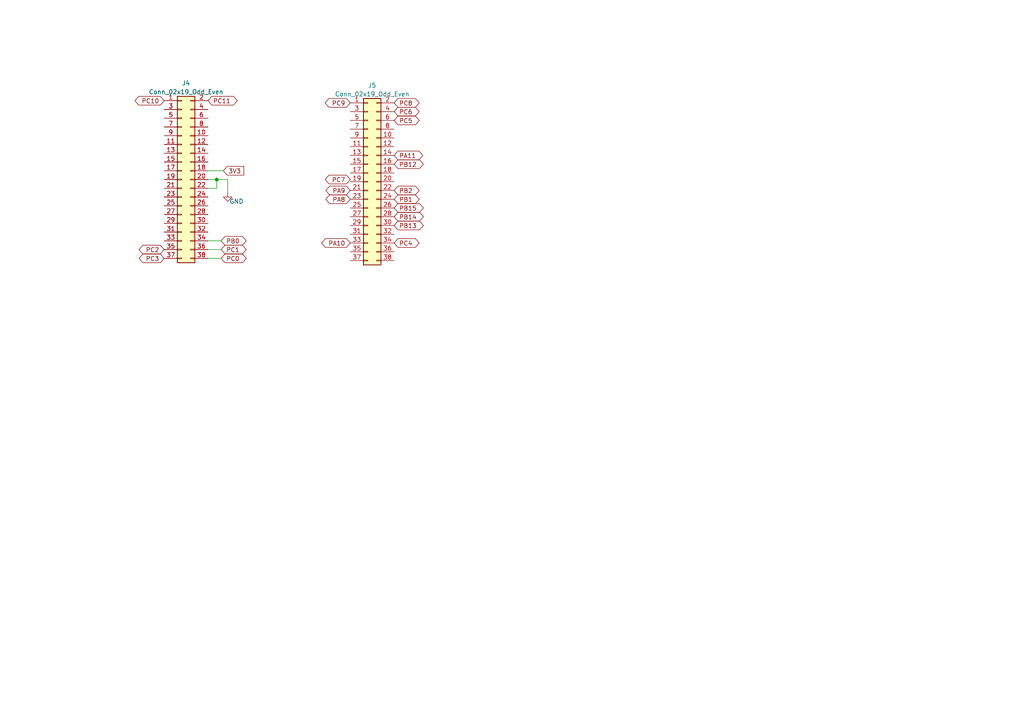
<source format=kicad_sch>
(kicad_sch (version 20230121) (generator eeschema)

  (uuid 52a55885-b8c9-4482-87c6-f5ef9de81746)

  (paper "A4")

  (lib_symbols
    (symbol "Connector_Generic:Conn_02x19_Odd_Even" (pin_names (offset 1.016) hide) (in_bom yes) (on_board yes)
      (property "Reference" "J" (at 1.27 25.4 0)
        (effects (font (size 1.27 1.27)))
      )
      (property "Value" "Conn_02x19_Odd_Even" (at 1.27 -25.4 0)
        (effects (font (size 1.27 1.27)))
      )
      (property "Footprint" "" (at 0 0 0)
        (effects (font (size 1.27 1.27)) hide)
      )
      (property "Datasheet" "~" (at 0 0 0)
        (effects (font (size 1.27 1.27)) hide)
      )
      (property "ki_keywords" "connector" (at 0 0 0)
        (effects (font (size 1.27 1.27)) hide)
      )
      (property "ki_description" "Generic connector, double row, 02x19, odd/even pin numbering scheme (row 1 odd numbers, row 2 even numbers), script generated (kicad-library-utils/schlib/autogen/connector/)" (at 0 0 0)
        (effects (font (size 1.27 1.27)) hide)
      )
      (property "ki_fp_filters" "Connector*:*_2x??_*" (at 0 0 0)
        (effects (font (size 1.27 1.27)) hide)
      )
      (symbol "Conn_02x19_Odd_Even_1_1"
        (rectangle (start -1.27 -22.733) (end 0 -22.987)
          (stroke (width 0.1524) (type default))
          (fill (type none))
        )
        (rectangle (start -1.27 -20.193) (end 0 -20.447)
          (stroke (width 0.1524) (type default))
          (fill (type none))
        )
        (rectangle (start -1.27 -17.653) (end 0 -17.907)
          (stroke (width 0.1524) (type default))
          (fill (type none))
        )
        (rectangle (start -1.27 -15.113) (end 0 -15.367)
          (stroke (width 0.1524) (type default))
          (fill (type none))
        )
        (rectangle (start -1.27 -12.573) (end 0 -12.827)
          (stroke (width 0.1524) (type default))
          (fill (type none))
        )
        (rectangle (start -1.27 -10.033) (end 0 -10.287)
          (stroke (width 0.1524) (type default))
          (fill (type none))
        )
        (rectangle (start -1.27 -7.493) (end 0 -7.747)
          (stroke (width 0.1524) (type default))
          (fill (type none))
        )
        (rectangle (start -1.27 -4.953) (end 0 -5.207)
          (stroke (width 0.1524) (type default))
          (fill (type none))
        )
        (rectangle (start -1.27 -2.413) (end 0 -2.667)
          (stroke (width 0.1524) (type default))
          (fill (type none))
        )
        (rectangle (start -1.27 0.127) (end 0 -0.127)
          (stroke (width 0.1524) (type default))
          (fill (type none))
        )
        (rectangle (start -1.27 2.667) (end 0 2.413)
          (stroke (width 0.1524) (type default))
          (fill (type none))
        )
        (rectangle (start -1.27 5.207) (end 0 4.953)
          (stroke (width 0.1524) (type default))
          (fill (type none))
        )
        (rectangle (start -1.27 7.747) (end 0 7.493)
          (stroke (width 0.1524) (type default))
          (fill (type none))
        )
        (rectangle (start -1.27 10.287) (end 0 10.033)
          (stroke (width 0.1524) (type default))
          (fill (type none))
        )
        (rectangle (start -1.27 12.827) (end 0 12.573)
          (stroke (width 0.1524) (type default))
          (fill (type none))
        )
        (rectangle (start -1.27 15.367) (end 0 15.113)
          (stroke (width 0.1524) (type default))
          (fill (type none))
        )
        (rectangle (start -1.27 17.907) (end 0 17.653)
          (stroke (width 0.1524) (type default))
          (fill (type none))
        )
        (rectangle (start -1.27 20.447) (end 0 20.193)
          (stroke (width 0.1524) (type default))
          (fill (type none))
        )
        (rectangle (start -1.27 22.987) (end 0 22.733)
          (stroke (width 0.1524) (type default))
          (fill (type none))
        )
        (rectangle (start -1.27 24.13) (end 3.81 -24.13)
          (stroke (width 0.254) (type default))
          (fill (type background))
        )
        (rectangle (start 3.81 -22.733) (end 2.54 -22.987)
          (stroke (width 0.1524) (type default))
          (fill (type none))
        )
        (rectangle (start 3.81 -20.193) (end 2.54 -20.447)
          (stroke (width 0.1524) (type default))
          (fill (type none))
        )
        (rectangle (start 3.81 -17.653) (end 2.54 -17.907)
          (stroke (width 0.1524) (type default))
          (fill (type none))
        )
        (rectangle (start 3.81 -15.113) (end 2.54 -15.367)
          (stroke (width 0.1524) (type default))
          (fill (type none))
        )
        (rectangle (start 3.81 -12.573) (end 2.54 -12.827)
          (stroke (width 0.1524) (type default))
          (fill (type none))
        )
        (rectangle (start 3.81 -10.033) (end 2.54 -10.287)
          (stroke (width 0.1524) (type default))
          (fill (type none))
        )
        (rectangle (start 3.81 -7.493) (end 2.54 -7.747)
          (stroke (width 0.1524) (type default))
          (fill (type none))
        )
        (rectangle (start 3.81 -4.953) (end 2.54 -5.207)
          (stroke (width 0.1524) (type default))
          (fill (type none))
        )
        (rectangle (start 3.81 -2.413) (end 2.54 -2.667)
          (stroke (width 0.1524) (type default))
          (fill (type none))
        )
        (rectangle (start 3.81 0.127) (end 2.54 -0.127)
          (stroke (width 0.1524) (type default))
          (fill (type none))
        )
        (rectangle (start 3.81 2.667) (end 2.54 2.413)
          (stroke (width 0.1524) (type default))
          (fill (type none))
        )
        (rectangle (start 3.81 5.207) (end 2.54 4.953)
          (stroke (width 0.1524) (type default))
          (fill (type none))
        )
        (rectangle (start 3.81 7.747) (end 2.54 7.493)
          (stroke (width 0.1524) (type default))
          (fill (type none))
        )
        (rectangle (start 3.81 10.287) (end 2.54 10.033)
          (stroke (width 0.1524) (type default))
          (fill (type none))
        )
        (rectangle (start 3.81 12.827) (end 2.54 12.573)
          (stroke (width 0.1524) (type default))
          (fill (type none))
        )
        (rectangle (start 3.81 15.367) (end 2.54 15.113)
          (stroke (width 0.1524) (type default))
          (fill (type none))
        )
        (rectangle (start 3.81 17.907) (end 2.54 17.653)
          (stroke (width 0.1524) (type default))
          (fill (type none))
        )
        (rectangle (start 3.81 20.447) (end 2.54 20.193)
          (stroke (width 0.1524) (type default))
          (fill (type none))
        )
        (rectangle (start 3.81 22.987) (end 2.54 22.733)
          (stroke (width 0.1524) (type default))
          (fill (type none))
        )
        (pin passive line (at -5.08 22.86 0) (length 3.81)
          (name "Pin_1" (effects (font (size 1.27 1.27))))
          (number "1" (effects (font (size 1.27 1.27))))
        )
        (pin passive line (at 7.62 12.7 180) (length 3.81)
          (name "Pin_10" (effects (font (size 1.27 1.27))))
          (number "10" (effects (font (size 1.27 1.27))))
        )
        (pin passive line (at -5.08 10.16 0) (length 3.81)
          (name "Pin_11" (effects (font (size 1.27 1.27))))
          (number "11" (effects (font (size 1.27 1.27))))
        )
        (pin passive line (at 7.62 10.16 180) (length 3.81)
          (name "Pin_12" (effects (font (size 1.27 1.27))))
          (number "12" (effects (font (size 1.27 1.27))))
        )
        (pin passive line (at -5.08 7.62 0) (length 3.81)
          (name "Pin_13" (effects (font (size 1.27 1.27))))
          (number "13" (effects (font (size 1.27 1.27))))
        )
        (pin passive line (at 7.62 7.62 180) (length 3.81)
          (name "Pin_14" (effects (font (size 1.27 1.27))))
          (number "14" (effects (font (size 1.27 1.27))))
        )
        (pin passive line (at -5.08 5.08 0) (length 3.81)
          (name "Pin_15" (effects (font (size 1.27 1.27))))
          (number "15" (effects (font (size 1.27 1.27))))
        )
        (pin passive line (at 7.62 5.08 180) (length 3.81)
          (name "Pin_16" (effects (font (size 1.27 1.27))))
          (number "16" (effects (font (size 1.27 1.27))))
        )
        (pin passive line (at -5.08 2.54 0) (length 3.81)
          (name "Pin_17" (effects (font (size 1.27 1.27))))
          (number "17" (effects (font (size 1.27 1.27))))
        )
        (pin passive line (at 7.62 2.54 180) (length 3.81)
          (name "Pin_18" (effects (font (size 1.27 1.27))))
          (number "18" (effects (font (size 1.27 1.27))))
        )
        (pin passive line (at -5.08 0 0) (length 3.81)
          (name "Pin_19" (effects (font (size 1.27 1.27))))
          (number "19" (effects (font (size 1.27 1.27))))
        )
        (pin passive line (at 7.62 22.86 180) (length 3.81)
          (name "Pin_2" (effects (font (size 1.27 1.27))))
          (number "2" (effects (font (size 1.27 1.27))))
        )
        (pin passive line (at 7.62 0 180) (length 3.81)
          (name "Pin_20" (effects (font (size 1.27 1.27))))
          (number "20" (effects (font (size 1.27 1.27))))
        )
        (pin passive line (at -5.08 -2.54 0) (length 3.81)
          (name "Pin_21" (effects (font (size 1.27 1.27))))
          (number "21" (effects (font (size 1.27 1.27))))
        )
        (pin passive line (at 7.62 -2.54 180) (length 3.81)
          (name "Pin_22" (effects (font (size 1.27 1.27))))
          (number "22" (effects (font (size 1.27 1.27))))
        )
        (pin passive line (at -5.08 -5.08 0) (length 3.81)
          (name "Pin_23" (effects (font (size 1.27 1.27))))
          (number "23" (effects (font (size 1.27 1.27))))
        )
        (pin passive line (at 7.62 -5.08 180) (length 3.81)
          (name "Pin_24" (effects (font (size 1.27 1.27))))
          (number "24" (effects (font (size 1.27 1.27))))
        )
        (pin passive line (at -5.08 -7.62 0) (length 3.81)
          (name "Pin_25" (effects (font (size 1.27 1.27))))
          (number "25" (effects (font (size 1.27 1.27))))
        )
        (pin passive line (at 7.62 -7.62 180) (length 3.81)
          (name "Pin_26" (effects (font (size 1.27 1.27))))
          (number "26" (effects (font (size 1.27 1.27))))
        )
        (pin passive line (at -5.08 -10.16 0) (length 3.81)
          (name "Pin_27" (effects (font (size 1.27 1.27))))
          (number "27" (effects (font (size 1.27 1.27))))
        )
        (pin passive line (at 7.62 -10.16 180) (length 3.81)
          (name "Pin_28" (effects (font (size 1.27 1.27))))
          (number "28" (effects (font (size 1.27 1.27))))
        )
        (pin passive line (at -5.08 -12.7 0) (length 3.81)
          (name "Pin_29" (effects (font (size 1.27 1.27))))
          (number "29" (effects (font (size 1.27 1.27))))
        )
        (pin passive line (at -5.08 20.32 0) (length 3.81)
          (name "Pin_3" (effects (font (size 1.27 1.27))))
          (number "3" (effects (font (size 1.27 1.27))))
        )
        (pin passive line (at 7.62 -12.7 180) (length 3.81)
          (name "Pin_30" (effects (font (size 1.27 1.27))))
          (number "30" (effects (font (size 1.27 1.27))))
        )
        (pin passive line (at -5.08 -15.24 0) (length 3.81)
          (name "Pin_31" (effects (font (size 1.27 1.27))))
          (number "31" (effects (font (size 1.27 1.27))))
        )
        (pin passive line (at 7.62 -15.24 180) (length 3.81)
          (name "Pin_32" (effects (font (size 1.27 1.27))))
          (number "32" (effects (font (size 1.27 1.27))))
        )
        (pin passive line (at -5.08 -17.78 0) (length 3.81)
          (name "Pin_33" (effects (font (size 1.27 1.27))))
          (number "33" (effects (font (size 1.27 1.27))))
        )
        (pin passive line (at 7.62 -17.78 180) (length 3.81)
          (name "Pin_34" (effects (font (size 1.27 1.27))))
          (number "34" (effects (font (size 1.27 1.27))))
        )
        (pin passive line (at -5.08 -20.32 0) (length 3.81)
          (name "Pin_35" (effects (font (size 1.27 1.27))))
          (number "35" (effects (font (size 1.27 1.27))))
        )
        (pin passive line (at 7.62 -20.32 180) (length 3.81)
          (name "Pin_36" (effects (font (size 1.27 1.27))))
          (number "36" (effects (font (size 1.27 1.27))))
        )
        (pin passive line (at -5.08 -22.86 0) (length 3.81)
          (name "Pin_37" (effects (font (size 1.27 1.27))))
          (number "37" (effects (font (size 1.27 1.27))))
        )
        (pin passive line (at 7.62 -22.86 180) (length 3.81)
          (name "Pin_38" (effects (font (size 1.27 1.27))))
          (number "38" (effects (font (size 1.27 1.27))))
        )
        (pin passive line (at 7.62 20.32 180) (length 3.81)
          (name "Pin_4" (effects (font (size 1.27 1.27))))
          (number "4" (effects (font (size 1.27 1.27))))
        )
        (pin passive line (at -5.08 17.78 0) (length 3.81)
          (name "Pin_5" (effects (font (size 1.27 1.27))))
          (number "5" (effects (font (size 1.27 1.27))))
        )
        (pin passive line (at 7.62 17.78 180) (length 3.81)
          (name "Pin_6" (effects (font (size 1.27 1.27))))
          (number "6" (effects (font (size 1.27 1.27))))
        )
        (pin passive line (at -5.08 15.24 0) (length 3.81)
          (name "Pin_7" (effects (font (size 1.27 1.27))))
          (number "7" (effects (font (size 1.27 1.27))))
        )
        (pin passive line (at 7.62 15.24 180) (length 3.81)
          (name "Pin_8" (effects (font (size 1.27 1.27))))
          (number "8" (effects (font (size 1.27 1.27))))
        )
        (pin passive line (at -5.08 12.7 0) (length 3.81)
          (name "Pin_9" (effects (font (size 1.27 1.27))))
          (number "9" (effects (font (size 1.27 1.27))))
        )
      )
    )
    (symbol "power:GND" (power) (pin_names (offset 0)) (in_bom yes) (on_board yes)
      (property "Reference" "#PWR" (at 0 -6.35 0)
        (effects (font (size 1.27 1.27)) hide)
      )
      (property "Value" "GND" (at 0 -3.81 0)
        (effects (font (size 1.27 1.27)))
      )
      (property "Footprint" "" (at 0 0 0)
        (effects (font (size 1.27 1.27)) hide)
      )
      (property "Datasheet" "" (at 0 0 0)
        (effects (font (size 1.27 1.27)) hide)
      )
      (property "ki_keywords" "global power" (at 0 0 0)
        (effects (font (size 1.27 1.27)) hide)
      )
      (property "ki_description" "Power symbol creates a global label with name \"GND\" , ground" (at 0 0 0)
        (effects (font (size 1.27 1.27)) hide)
      )
      (symbol "GND_0_1"
        (polyline
          (pts
            (xy 0 0)
            (xy 0 -1.27)
            (xy 1.27 -1.27)
            (xy 0 -2.54)
            (xy -1.27 -1.27)
            (xy 0 -1.27)
          )
          (stroke (width 0) (type default))
          (fill (type none))
        )
      )
      (symbol "GND_1_1"
        (pin power_in line (at 0 0 270) (length 0) hide
          (name "GND" (effects (font (size 1.27 1.27))))
          (number "1" (effects (font (size 1.27 1.27))))
        )
      )
    )
  )


  (junction (at 62.865 52.07) (diameter 0) (color 0 0 0 0)
    (uuid 2d42580d-d302-470e-a2a5-a1d951f3b451)
  )

  (wire (pts (xy 64.135 72.39) (xy 60.325 72.39))
    (stroke (width 0) (type default))
    (uuid 2a95829e-6642-48f5-a50c-8e722bb4fe8e)
  )
  (wire (pts (xy 64.77 49.53) (xy 60.325 49.53))
    (stroke (width 0) (type default))
    (uuid 4cfa79b5-b12f-4d0c-91a9-1cdbe9de0874)
  )
  (wire (pts (xy 60.325 54.61) (xy 62.865 54.61))
    (stroke (width 0) (type default))
    (uuid 532f31c8-8b84-41e4-9ff7-3480e8e0ab33)
  )
  (wire (pts (xy 60.325 52.07) (xy 62.865 52.07))
    (stroke (width 0) (type default))
    (uuid 62285b00-9b61-4b89-99e4-566e8e408035)
  )
  (wire (pts (xy 60.325 69.85) (xy 64.135 69.85))
    (stroke (width 0) (type default))
    (uuid 97161106-2f36-4a55-a026-b93c1dc73e96)
  )
  (wire (pts (xy 62.865 54.61) (xy 62.865 52.07))
    (stroke (width 0) (type default))
    (uuid a7713b83-7dd0-4931-a13b-31c84183a105)
  )
  (wire (pts (xy 62.865 52.07) (xy 66.04 52.07))
    (stroke (width 0) (type default))
    (uuid bbc14658-fa8b-4328-b752-ec8f013d5d16)
  )
  (wire (pts (xy 60.325 74.93) (xy 64.135 74.93))
    (stroke (width 0) (type default))
    (uuid d45bfb38-3a64-494a-9e18-603834dbc14e)
  )
  (wire (pts (xy 66.04 52.07) (xy 66.04 55.88))
    (stroke (width 0) (type default))
    (uuid f1ff074e-82f1-4ca3-837b-d720c0db46e0)
  )

  (global_label "PB1" (shape bidirectional) (at 114.3 57.785 0) (fields_autoplaced)
    (effects (font (size 1.27 1.27)) (justify left))
    (uuid 0666bb89-1db3-43ed-b5bc-589bfd24759a)
    (property "Intersheetrefs" "${INTERSHEET_REFS}" (at 122.0666 57.785 0)
      (effects (font (size 1.27 1.27)) (justify left) hide)
    )
  )
  (global_label "PC1" (shape bidirectional) (at 64.135 72.39 0) (fields_autoplaced)
    (effects (font (size 1.27 1.27)) (justify left))
    (uuid 0e2ed503-bc84-41db-bf3e-3858366d4894)
    (property "Intersheetrefs" "${INTERSHEET_REFS}" (at 71.9016 72.39 0)
      (effects (font (size 1.27 1.27)) (justify left) hide)
    )
  )
  (global_label "3V3" (shape input) (at 64.77 49.53 0) (fields_autoplaced)
    (effects (font (size 1.27 1.27)) (justify left))
    (uuid 12da87d4-510a-4d96-b542-f8a6b0cefc2a)
    (property "Intersheetrefs" "${INTERSHEET_REFS}" (at 71.1834 49.53 0)
      (effects (font (size 1.27 1.27)) (justify left) hide)
    )
  )
  (global_label "PC0" (shape bidirectional) (at 64.135 74.93 0) (fields_autoplaced)
    (effects (font (size 1.27 1.27)) (justify left))
    (uuid 15d6674e-d1ce-41b0-b7f8-4259e4d5494d)
    (property "Intersheetrefs" "${INTERSHEET_REFS}" (at 71.9016 74.93 0)
      (effects (font (size 1.27 1.27)) (justify left) hide)
    )
  )
  (global_label "PA9" (shape bidirectional) (at 101.6 55.245 180) (fields_autoplaced)
    (effects (font (size 1.27 1.27)) (justify right))
    (uuid 2ab3291f-fe61-490c-8bf0-3e76adb145b1)
    (property "Intersheetrefs" "${INTERSHEET_REFS}" (at 94.0148 55.245 0)
      (effects (font (size 1.27 1.27)) (justify right) hide)
    )
  )
  (global_label "PC10" (shape bidirectional) (at 47.625 29.21 180) (fields_autoplaced)
    (effects (font (size 1.27 1.27)) (justify right))
    (uuid 2f7e4340-5a66-4199-8f85-ddc29d639a3f)
    (property "Intersheetrefs" "${INTERSHEET_REFS}" (at 38.6489 29.21 0)
      (effects (font (size 1.27 1.27)) (justify right) hide)
    )
  )
  (global_label "PB15" (shape bidirectional) (at 114.3 60.325 0) (fields_autoplaced)
    (effects (font (size 1.27 1.27)) (justify left))
    (uuid 39947064-2a56-4696-b189-a73b9bb963f2)
    (property "Intersheetrefs" "${INTERSHEET_REFS}" (at 122.0666 60.325 0)
      (effects (font (size 1.27 1.27)) (justify left) hide)
    )
  )
  (global_label "PC11" (shape bidirectional) (at 60.325 29.21 0) (fields_autoplaced)
    (effects (font (size 1.27 1.27)) (justify left))
    (uuid 50e8e4e9-a235-4e73-a8b0-4290474c3920)
    (property "Intersheetrefs" "${INTERSHEET_REFS}" (at 69.3011 29.21 0)
      (effects (font (size 1.27 1.27)) (justify left) hide)
    )
  )
  (global_label "PC7" (shape bidirectional) (at 101.6 52.07 180) (fields_autoplaced)
    (effects (font (size 1.27 1.27)) (justify right))
    (uuid 53a51f7f-09ea-44ee-8cb7-36f91aac7648)
    (property "Intersheetrefs" "${INTERSHEET_REFS}" (at 93.8334 52.07 0)
      (effects (font (size 1.27 1.27)) (justify right) hide)
    )
  )
  (global_label "PC5" (shape bidirectional) (at 114.3 34.925 0) (fields_autoplaced)
    (effects (font (size 1.27 1.27)) (justify left))
    (uuid 5ea5c855-e431-47d3-a56f-4ff7c7e44863)
    (property "Intersheetrefs" "${INTERSHEET_REFS}" (at 122.0666 34.925 0)
      (effects (font (size 1.27 1.27)) (justify left) hide)
    )
  )
  (global_label "PC2" (shape bidirectional) (at 47.625 72.39 180) (fields_autoplaced)
    (effects (font (size 1.27 1.27)) (justify right))
    (uuid 6c5a409c-8b39-4084-a3b4-284811848dc7)
    (property "Intersheetrefs" "${INTERSHEET_REFS}" (at 39.8584 72.39 0)
      (effects (font (size 1.27 1.27)) (justify right) hide)
    )
  )
  (global_label "PB12" (shape bidirectional) (at 114.3 47.625 0) (fields_autoplaced)
    (effects (font (size 1.27 1.27)) (justify left))
    (uuid 6fc8696b-e771-4c87-a0d4-749222b3b535)
    (property "Intersheetrefs" "${INTERSHEET_REFS}" (at 123.2761 47.625 0)
      (effects (font (size 1.27 1.27)) (justify left) hide)
    )
  )
  (global_label "PA11" (shape bidirectional) (at 114.3 45.085 0) (fields_autoplaced)
    (effects (font (size 1.27 1.27)) (justify left))
    (uuid 7b2e91e3-416b-4431-9213-72b69386551c)
    (property "Intersheetrefs" "${INTERSHEET_REFS}" (at 123.0947 45.085 0)
      (effects (font (size 1.27 1.27)) (justify left) hide)
    )
  )
  (global_label "PC6" (shape bidirectional) (at 114.3 32.385 0) (fields_autoplaced)
    (effects (font (size 1.27 1.27)) (justify left))
    (uuid 7c21d5a5-c6bf-4f2f-b40f-da92e74b0d26)
    (property "Intersheetrefs" "${INTERSHEET_REFS}" (at 122.0666 32.385 0)
      (effects (font (size 1.27 1.27)) (justify left) hide)
    )
  )
  (global_label "PB2" (shape bidirectional) (at 114.3 55.245 0) (fields_autoplaced)
    (effects (font (size 1.27 1.27)) (justify left))
    (uuid 8b2495c2-9c4f-41f7-86bd-f6bc8def4896)
    (property "Intersheetrefs" "${INTERSHEET_REFS}" (at 122.0666 55.245 0)
      (effects (font (size 1.27 1.27)) (justify left) hide)
    )
  )
  (global_label "PC3" (shape bidirectional) (at 47.625 74.93 180) (fields_autoplaced)
    (effects (font (size 1.27 1.27)) (justify right))
    (uuid 8f50168d-17f4-4b6a-a982-c6844927962f)
    (property "Intersheetrefs" "${INTERSHEET_REFS}" (at 39.8584 74.93 0)
      (effects (font (size 1.27 1.27)) (justify right) hide)
    )
  )
  (global_label "PA10" (shape bidirectional) (at 101.6 70.485 180) (fields_autoplaced)
    (effects (font (size 1.27 1.27)) (justify right))
    (uuid 9dc8c040-35e8-4219-8c60-350ebbd203a7)
    (property "Intersheetrefs" "${INTERSHEET_REFS}" (at 92.8053 70.485 0)
      (effects (font (size 1.27 1.27)) (justify right) hide)
    )
  )
  (global_label "PC4" (shape bidirectional) (at 114.3 70.485 0) (fields_autoplaced)
    (effects (font (size 1.27 1.27)) (justify left))
    (uuid ac793515-b1f1-45ea-8e92-c558cf3a7385)
    (property "Intersheetrefs" "${INTERSHEET_REFS}" (at 122.0666 70.485 0)
      (effects (font (size 1.27 1.27)) (justify left) hide)
    )
  )
  (global_label "PB0" (shape bidirectional) (at 64.135 69.85 0) (fields_autoplaced)
    (effects (font (size 1.27 1.27)) (justify left))
    (uuid b8868863-fcda-4bc9-a84f-920707c4318c)
    (property "Intersheetrefs" "${INTERSHEET_REFS}" (at 71.9016 69.85 0)
      (effects (font (size 1.27 1.27)) (justify left) hide)
    )
  )
  (global_label "PC9" (shape bidirectional) (at 101.6 29.845 180) (fields_autoplaced)
    (effects (font (size 1.27 1.27)) (justify right))
    (uuid bda8b58b-d307-4d3a-8744-9e539a664db3)
    (property "Intersheetrefs" "${INTERSHEET_REFS}" (at 93.8334 29.845 0)
      (effects (font (size 1.27 1.27)) (justify right) hide)
    )
  )
  (global_label "PC8" (shape bidirectional) (at 114.3 29.845 0) (fields_autoplaced)
    (effects (font (size 1.27 1.27)) (justify left))
    (uuid c91b82f5-35a4-46c8-b3b5-cb656595efe0)
    (property "Intersheetrefs" "${INTERSHEET_REFS}" (at 122.0666 29.845 0)
      (effects (font (size 1.27 1.27)) (justify left) hide)
    )
  )
  (global_label "PB13" (shape bidirectional) (at 114.3 65.405 0) (fields_autoplaced)
    (effects (font (size 1.27 1.27)) (justify left))
    (uuid dc48335b-ee0f-4228-80fc-a9e07347bb36)
    (property "Intersheetrefs" "${INTERSHEET_REFS}" (at 122.0666 65.405 0)
      (effects (font (size 1.27 1.27)) (justify left) hide)
    )
  )
  (global_label "PB14" (shape bidirectional) (at 114.3 62.865 0) (fields_autoplaced)
    (effects (font (size 1.27 1.27)) (justify left))
    (uuid e94610f7-d436-4714-9d1b-db354d744034)
    (property "Intersheetrefs" "${INTERSHEET_REFS}" (at 122.0666 62.865 0)
      (effects (font (size 1.27 1.27)) (justify left) hide)
    )
  )
  (global_label "PA8" (shape bidirectional) (at 101.6 57.785 180) (fields_autoplaced)
    (effects (font (size 1.27 1.27)) (justify right))
    (uuid f81c5557-91cf-4acb-8e7e-0595b6cc2ecc)
    (property "Intersheetrefs" "${INTERSHEET_REFS}" (at 94.0148 57.785 0)
      (effects (font (size 1.27 1.27)) (justify right) hide)
    )
  )

  (symbol (lib_id "Connector_Generic:Conn_02x19_Odd_Even") (at 106.68 52.705 0) (unit 1)
    (in_bom yes) (on_board yes) (dnp no) (fields_autoplaced)
    (uuid 6b604016-1fb3-4dd4-9c9d-d028a39159c8)
    (property "Reference" "J5" (at 107.95 24.765 0)
      (effects (font (size 1.27 1.27)))
    )
    (property "Value" "Conn_02x19_Odd_Even" (at 107.95 27.305 0)
      (effects (font (size 1.27 1.27)))
    )
    (property "Footprint" "Connector_PinHeader_1.27mm:PinHeader_2x19_P1.27mm_Vertical" (at 106.68 52.705 0)
      (effects (font (size 1.27 1.27)) hide)
    )
    (property "Datasheet" "~" (at 106.68 52.705 0)
      (effects (font (size 1.27 1.27)) hide)
    )
    (pin "1" (uuid 100ae8e2-b5e1-4449-969f-94a42fca4408))
    (pin "10" (uuid e609c91d-d32f-4215-9128-1e0787011ec4))
    (pin "11" (uuid 22521da9-7673-47f4-93dc-9331500c76b7))
    (pin "12" (uuid 128a632a-e116-4588-8407-99c3d678d3ab))
    (pin "13" (uuid 3e0b0fb6-f066-477c-a556-f5a10d8d2849))
    (pin "14" (uuid 9725570e-abd8-43e3-bff9-17402ec9bb67))
    (pin "15" (uuid 4cafab52-5864-44c6-abd2-3b7e0e756cf8))
    (pin "16" (uuid 7c490639-d0f3-4155-b216-4e51593dff17))
    (pin "17" (uuid af68e3da-23f5-4051-bffc-ceabe8fe8b36))
    (pin "18" (uuid 6c29562a-a518-406b-8f20-d6a11766e1f2))
    (pin "19" (uuid 76afb0ce-4962-4366-a605-24b87f35c4cc))
    (pin "2" (uuid a7ead99a-cfad-40d0-9531-273da0220ec4))
    (pin "20" (uuid 40e9d0d6-3f13-4951-bacf-0c2c2b18332b))
    (pin "21" (uuid dbf0a6d3-749a-4a9f-8b93-794bcc018449))
    (pin "22" (uuid 2d3cda84-3140-4e96-a272-9972378c11d4))
    (pin "23" (uuid 35356146-5247-459e-84ca-a133723a1104))
    (pin "24" (uuid 4009ae45-5ce4-46bb-b750-36722badf04f))
    (pin "25" (uuid 65501b67-0f18-4967-8883-202b63aa28b8))
    (pin "26" (uuid 62844378-dd3c-4f2f-95e5-cd4a87584b74))
    (pin "27" (uuid 7aef407d-ae27-4d2d-b127-2fe7d93f0a44))
    (pin "28" (uuid c6f2e681-bb56-4820-97d0-2671ba60fcb6))
    (pin "29" (uuid 23725447-3262-43c2-a8ad-613851633448))
    (pin "3" (uuid 7c934964-8e7d-4c34-ae77-596c56b272bb))
    (pin "30" (uuid e0914b15-92cf-41ef-b1d6-faf55a6382fb))
    (pin "31" (uuid 6d5f3634-66c8-4c29-942f-1647d6687cdc))
    (pin "32" (uuid a9cf4c39-d04c-4b60-a720-8b19468307fb))
    (pin "33" (uuid f70921d5-065b-4e42-84fa-63560191a210))
    (pin "34" (uuid 5f7264f1-9a5b-4170-8202-d23a0686a3f6))
    (pin "35" (uuid cc973c16-1d3d-4688-b276-65ce86840b48))
    (pin "36" (uuid 21b0e75d-e168-46d0-b5a2-484f7fa9b490))
    (pin "37" (uuid 9fd7c44b-55ff-4f73-8baa-61b09dc59829))
    (pin "38" (uuid 18d54fd9-4ace-405f-9f39-5aea134661de))
    (pin "4" (uuid c29ca863-9a01-4328-a4b2-f862ea1acdf0))
    (pin "5" (uuid 341e6adb-a767-41a6-b3c7-da8187d9ab7d))
    (pin "6" (uuid d0b79a6f-275b-45ca-8103-8cb2d6e3fa01))
    (pin "7" (uuid 8789ee9b-fb03-4436-89f5-0c2f67e9635b))
    (pin "8" (uuid c0ee42b1-6bd2-4fd0-b193-69f40681458c))
    (pin "9" (uuid 7710e18c-65dc-4796-aea7-f3fc816b018e))
    (instances
      (project "SimpleLattice"
        (path "/14edb605-1834-4cad-ad76-dcabae15d086/5eb60d45-05a4-423d-b115-e716043f5840"
          (reference "J5") (unit 1)
        )
      )
    )
  )

  (symbol (lib_id "power:GND") (at 66.04 55.88 0) (unit 1)
    (in_bom yes) (on_board yes) (dnp no)
    (uuid 74c897fa-ee75-41bc-830c-321f3e86a045)
    (property "Reference" "GND" (at 66.04 62.23 0)
      (effects (font (size 1.27 1.27)) hide)
    )
    (property "Value" "GND" (at 68.58 58.42 0)
      (effects (font (size 1.27 1.27)))
    )
    (property "Footprint" "" (at 66.04 55.88 0)
      (effects (font (size 1.27 1.27)) hide)
    )
    (property "Datasheet" "" (at 66.04 55.88 0)
      (effects (font (size 1.27 1.27)) hide)
    )
    (pin "1" (uuid a66ee356-a2cd-4b0b-9d88-22f4e26066d1))
    (instances
      (project "SimpleLattice"
        (path "/14edb605-1834-4cad-ad76-dcabae15d086"
          (reference "GND") (unit 1)
        )
        (path "/14edb605-1834-4cad-ad76-dcabae15d086/88e15f88-e960-44a7-8367-23b39baa3c51"
          (reference "#GND023") (unit 1)
        )
        (path "/14edb605-1834-4cad-ad76-dcabae15d086/5eb60d45-05a4-423d-b115-e716043f5840"
          (reference "#GND0110") (unit 1)
        )
      )
    )
  )

  (symbol (lib_id "Connector_Generic:Conn_02x19_Odd_Even") (at 52.705 52.07 0) (unit 1)
    (in_bom yes) (on_board yes) (dnp no) (fields_autoplaced)
    (uuid 839da264-5e80-42cb-ba94-dc0ad9da8754)
    (property "Reference" "J4" (at 53.975 24.13 0)
      (effects (font (size 1.27 1.27)))
    )
    (property "Value" "Conn_02x19_Odd_Even" (at 53.975 26.67 0)
      (effects (font (size 1.27 1.27)))
    )
    (property "Footprint" "Connector_PinHeader_1.27mm:PinHeader_2x19_P1.27mm_Vertical" (at 52.705 52.07 0)
      (effects (font (size 1.27 1.27)) hide)
    )
    (property "Datasheet" "~" (at 52.705 52.07 0)
      (effects (font (size 1.27 1.27)) hide)
    )
    (pin "1" (uuid f583d1f7-cde3-45ef-b361-a27e97a96d42))
    (pin "10" (uuid 184193f1-4c23-407e-a426-f181ccf90b9f))
    (pin "11" (uuid 0f0a7274-daf0-4404-a117-16caa8ce0a4c))
    (pin "12" (uuid 0833d07c-bfd6-4168-b49c-44a066a8477d))
    (pin "13" (uuid 0054624c-fbae-4a62-90d5-d345aeb401c0))
    (pin "14" (uuid 49dd2df3-d6dc-454e-baa4-301f7c37cd23))
    (pin "15" (uuid d7f66b74-9980-4c1d-ac1b-f642bd9c5fa9))
    (pin "16" (uuid ad53f6b7-05f7-4061-a437-42766cb8cc5b))
    (pin "17" (uuid 467c41fa-8ad6-42b0-aa71-f4f5908ce591))
    (pin "18" (uuid ab25df1d-4757-45ba-a9ce-49705968512b))
    (pin "19" (uuid 32d2159b-a914-43e1-a292-19df1249e1b5))
    (pin "2" (uuid cb64080f-74f4-435b-8a1a-a84d4abf116e))
    (pin "20" (uuid 1339fc37-c99b-47e1-9bdf-8f930432a635))
    (pin "21" (uuid 40b64e5c-5f78-41f6-b2ab-5063e58dc628))
    (pin "22" (uuid 286eaa64-131b-4604-982e-c8a47b63dde0))
    (pin "23" (uuid d4afad72-040e-48b5-ac74-438ae783bd43))
    (pin "24" (uuid fd03ac47-0a08-47b6-8e8b-cfdbc0f34186))
    (pin "25" (uuid eb9a12fc-2d1d-4569-91a4-5277e1b11e32))
    (pin "26" (uuid 621632d0-7765-43bc-b33f-1631b3b22ec6))
    (pin "27" (uuid c2061b49-ac5f-4183-8323-be8e33de3554))
    (pin "28" (uuid c93fb4c7-5ee1-4bd5-8de1-6527fc35aabb))
    (pin "29" (uuid 6185f4f0-0222-4aad-aa6c-6122988ff503))
    (pin "3" (uuid bafb1ab2-e354-435d-a1a5-bf603b4dc167))
    (pin "30" (uuid a62af93c-83c2-49d8-9ceb-c915bef797dc))
    (pin "31" (uuid def02c8b-5e0b-48aa-a084-0771558876af))
    (pin "32" (uuid c05753d2-b686-4ddd-8846-02fcd09c5262))
    (pin "33" (uuid e6975652-5c6e-40a6-bb3e-5d98c325bc93))
    (pin "34" (uuid 72cc92de-97cd-46ca-8d24-1c840fc7b305))
    (pin "35" (uuid c5a21111-63ef-469d-b6de-79afedea484d))
    (pin "36" (uuid 1159f17d-d523-4c2a-a2a9-bc4d4b6b4247))
    (pin "37" (uuid 73335ce6-de3b-4ad9-8a3a-3239168f90a4))
    (pin "38" (uuid a6bc8c50-7d49-4da7-8063-aaa2d0c20cd3))
    (pin "4" (uuid 06c1eabe-21b9-4ecd-9fc4-723f2984eca0))
    (pin "5" (uuid bbd8673b-7f05-40ee-b588-a6c70fa9b5a3))
    (pin "6" (uuid 8e0b7b24-1e75-464b-b327-5c746f0338b3))
    (pin "7" (uuid 6efd7d6f-ed1f-4feb-9c2d-6827c22006ba))
    (pin "8" (uuid f384eae2-e586-483c-a7e3-564a391b663f))
    (pin "9" (uuid 2f6be0e3-5bf2-43d3-91f9-e2945a150444))
    (instances
      (project "SimpleLattice"
        (path "/14edb605-1834-4cad-ad76-dcabae15d086/5eb60d45-05a4-423d-b115-e716043f5840"
          (reference "J4") (unit 1)
        )
      )
    )
  )
)

</source>
